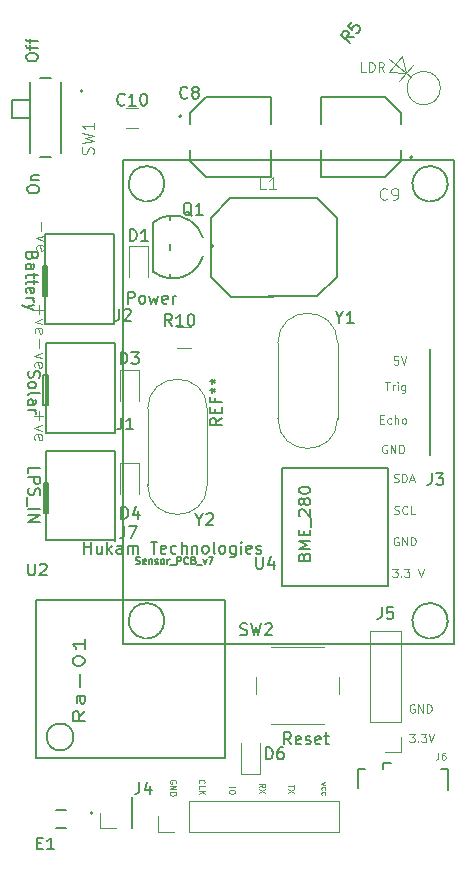
<source format=gto>
G04 #@! TF.GenerationSoftware,KiCad,Pcbnew,5.1.7-a382d34a8~88~ubuntu18.04.1*
G04 #@! TF.CreationDate,2021-09-05T21:22:39+05:30*
G04 #@! TF.ProjectId,Sensor_PCB_v7,53656e73-6f72-45f5-9043-425f76372e6b,rev?*
G04 #@! TF.SameCoordinates,Original*
G04 #@! TF.FileFunction,Legend,Top*
G04 #@! TF.FilePolarity,Positive*
%FSLAX46Y46*%
G04 Gerber Fmt 4.6, Leading zero omitted, Abs format (unit mm)*
G04 Created by KiCad (PCBNEW 5.1.7-a382d34a8~88~ubuntu18.04.1) date 2021-09-05 21:22:39*
%MOMM*%
%LPD*%
G01*
G04 APERTURE LIST*
%ADD10C,0.150000*%
%ADD11C,0.100000*%
%ADD12C,0.080000*%
%ADD13C,0.200000*%
%ADD14C,0.127000*%
%ADD15C,0.120000*%
%ADD16C,0.015000*%
G04 APERTURE END LIST*
D10*
X23530299Y-58726296D02*
X23530299Y-58250105D01*
X24530299Y-58250105D01*
X23530299Y-59059629D02*
X24530299Y-59059629D01*
X24530299Y-59440581D01*
X24482680Y-59535820D01*
X24435060Y-59583439D01*
X24339822Y-59631058D01*
X24196965Y-59631058D01*
X24101727Y-59583439D01*
X24054108Y-59535820D01*
X24006489Y-59440581D01*
X24006489Y-59059629D01*
X23577918Y-60012010D02*
X23530299Y-60154867D01*
X23530299Y-60392962D01*
X23577918Y-60488200D01*
X23625537Y-60535820D01*
X23720775Y-60583439D01*
X23816013Y-60583439D01*
X23911251Y-60535820D01*
X23958870Y-60488200D01*
X24006489Y-60392962D01*
X24054108Y-60202486D01*
X24101727Y-60107248D01*
X24149346Y-60059629D01*
X24244584Y-60012010D01*
X24339822Y-60012010D01*
X24435060Y-60059629D01*
X24482680Y-60107248D01*
X24530299Y-60202486D01*
X24530299Y-60440581D01*
X24482680Y-60583439D01*
X23435060Y-60773915D02*
X23435060Y-61535820D01*
X23530299Y-61773915D02*
X24530299Y-61773915D01*
X23530299Y-62250105D02*
X24530299Y-62250105D01*
X23530299Y-62821534D01*
X24530299Y-62821534D01*
D11*
X54817026Y-48841866D02*
X54483693Y-48841866D01*
X54450360Y-49175200D01*
X54483693Y-49141866D01*
X54550360Y-49108533D01*
X54717026Y-49108533D01*
X54783693Y-49141866D01*
X54817026Y-49175200D01*
X54850360Y-49241866D01*
X54850360Y-49408533D01*
X54817026Y-49475200D01*
X54783693Y-49508533D01*
X54717026Y-49541866D01*
X54550360Y-49541866D01*
X54483693Y-49508533D01*
X54450360Y-49475200D01*
X55050360Y-48841866D02*
X55283693Y-49541866D01*
X55517026Y-48841866D01*
X53717620Y-51011026D02*
X54117620Y-51011026D01*
X53917620Y-51711026D02*
X53917620Y-51011026D01*
X54350953Y-51711026D02*
X54350953Y-51244360D01*
X54350953Y-51377693D02*
X54384286Y-51311026D01*
X54417620Y-51277693D01*
X54484286Y-51244360D01*
X54550953Y-51244360D01*
X54784286Y-51711026D02*
X54784286Y-51244360D01*
X54784286Y-51011026D02*
X54750953Y-51044360D01*
X54784286Y-51077693D01*
X54817620Y-51044360D01*
X54784286Y-51011026D01*
X54784286Y-51077693D01*
X55417620Y-51244360D02*
X55417620Y-51811026D01*
X55384286Y-51877693D01*
X55350953Y-51911026D01*
X55284286Y-51944360D01*
X55184286Y-51944360D01*
X55117620Y-51911026D01*
X55417620Y-51677693D02*
X55350953Y-51711026D01*
X55217620Y-51711026D01*
X55150953Y-51677693D01*
X55117620Y-51644360D01*
X55084286Y-51577693D01*
X55084286Y-51377693D01*
X55117620Y-51311026D01*
X55150953Y-51277693D01*
X55217620Y-51244360D01*
X55350953Y-51244360D01*
X55417620Y-51277693D01*
X53315846Y-54173920D02*
X53549180Y-54173920D01*
X53649180Y-54540586D02*
X53315846Y-54540586D01*
X53315846Y-53840586D01*
X53649180Y-53840586D01*
X54249180Y-54507253D02*
X54182513Y-54540586D01*
X54049180Y-54540586D01*
X53982513Y-54507253D01*
X53949180Y-54473920D01*
X53915846Y-54407253D01*
X53915846Y-54207253D01*
X53949180Y-54140586D01*
X53982513Y-54107253D01*
X54049180Y-54073920D01*
X54182513Y-54073920D01*
X54249180Y-54107253D01*
X54549180Y-54540586D02*
X54549180Y-53840586D01*
X54849180Y-54540586D02*
X54849180Y-54173920D01*
X54815846Y-54107253D01*
X54749180Y-54073920D01*
X54649180Y-54073920D01*
X54582513Y-54107253D01*
X54549180Y-54140586D01*
X55282513Y-54540586D02*
X55215846Y-54507253D01*
X55182513Y-54473920D01*
X55149180Y-54407253D01*
X55149180Y-54207253D01*
X55182513Y-54140586D01*
X55215846Y-54107253D01*
X55282513Y-54073920D01*
X55382513Y-54073920D01*
X55449180Y-54107253D01*
X55482513Y-54140586D01*
X55515846Y-54207253D01*
X55515846Y-54407253D01*
X55482513Y-54473920D01*
X55449180Y-54507253D01*
X55382513Y-54540586D01*
X55282513Y-54540586D01*
X55783926Y-80810306D02*
X56217260Y-80810306D01*
X55983926Y-81076973D01*
X56083926Y-81076973D01*
X56150593Y-81110306D01*
X56183926Y-81143640D01*
X56217260Y-81210306D01*
X56217260Y-81376973D01*
X56183926Y-81443640D01*
X56150593Y-81476973D01*
X56083926Y-81510306D01*
X55883926Y-81510306D01*
X55817260Y-81476973D01*
X55783926Y-81443640D01*
X56517260Y-81443640D02*
X56550593Y-81476973D01*
X56517260Y-81510306D01*
X56483926Y-81476973D01*
X56517260Y-81443640D01*
X56517260Y-81510306D01*
X56783926Y-80810306D02*
X57217260Y-80810306D01*
X56983926Y-81076973D01*
X57083926Y-81076973D01*
X57150593Y-81110306D01*
X57183926Y-81143640D01*
X57217260Y-81210306D01*
X57217260Y-81376973D01*
X57183926Y-81443640D01*
X57150593Y-81476973D01*
X57083926Y-81510306D01*
X56883926Y-81510306D01*
X56817260Y-81476973D01*
X56783926Y-81443640D01*
X57417260Y-80810306D02*
X57650593Y-81510306D01*
X57883926Y-80810306D01*
X56195026Y-78329040D02*
X56128360Y-78295706D01*
X56028360Y-78295706D01*
X55928360Y-78329040D01*
X55861693Y-78395706D01*
X55828360Y-78462373D01*
X55795026Y-78595706D01*
X55795026Y-78695706D01*
X55828360Y-78829040D01*
X55861693Y-78895706D01*
X55928360Y-78962373D01*
X56028360Y-78995706D01*
X56095026Y-78995706D01*
X56195026Y-78962373D01*
X56228360Y-78929040D01*
X56228360Y-78695706D01*
X56095026Y-78695706D01*
X56528360Y-78995706D02*
X56528360Y-78295706D01*
X56928360Y-78995706D01*
X56928360Y-78295706D01*
X57261693Y-78995706D02*
X57261693Y-78295706D01*
X57428360Y-78295706D01*
X57528360Y-78329040D01*
X57595026Y-78395706D01*
X57628360Y-78462373D01*
X57661693Y-78595706D01*
X57661693Y-78695706D01*
X57628360Y-78829040D01*
X57595026Y-78895706D01*
X57528360Y-78962373D01*
X57428360Y-78995706D01*
X57261693Y-78995706D01*
D12*
X43042709Y-85314006D02*
X43280804Y-85147340D01*
X43042709Y-85028292D02*
X43542709Y-85028292D01*
X43542709Y-85218768D01*
X43518900Y-85266387D01*
X43495090Y-85290197D01*
X43447471Y-85314006D01*
X43376042Y-85314006D01*
X43328423Y-85290197D01*
X43304614Y-85266387D01*
X43280804Y-85218768D01*
X43280804Y-85028292D01*
X43542709Y-85480673D02*
X43042709Y-85814006D01*
X43542709Y-85814006D02*
X43042709Y-85480673D01*
X46039529Y-85090047D02*
X46039529Y-85375761D01*
X45539529Y-85232904D02*
X46039529Y-85232904D01*
X46039529Y-85494809D02*
X45539529Y-85828142D01*
X46039529Y-85828142D02*
X45539529Y-85494809D01*
D11*
X52101819Y-24733204D02*
X51720866Y-24733204D01*
X51720866Y-23933204D01*
X52368485Y-24733204D02*
X52368485Y-23933204D01*
X52558961Y-23933204D01*
X52673247Y-23971300D01*
X52749438Y-24047490D01*
X52787533Y-24123680D01*
X52825628Y-24276061D01*
X52825628Y-24390347D01*
X52787533Y-24542728D01*
X52749438Y-24618919D01*
X52673247Y-24695109D01*
X52558961Y-24733204D01*
X52368485Y-24733204D01*
X53625628Y-24733204D02*
X53358961Y-24352252D01*
X53168485Y-24733204D02*
X53168485Y-23933204D01*
X53473247Y-23933204D01*
X53549438Y-23971300D01*
X53587533Y-24009395D01*
X53625628Y-24085585D01*
X53625628Y-24199871D01*
X53587533Y-24276061D01*
X53549438Y-24314157D01*
X53473247Y-24352252D01*
X53168485Y-24352252D01*
X24401471Y-53498263D02*
X24401471Y-54260168D01*
X24020519Y-53879216D02*
X24782423Y-53879216D01*
X24687185Y-54641120D02*
X24020519Y-54879216D01*
X24687185Y-55117311D01*
X24068138Y-55879216D02*
X24020519Y-55783978D01*
X24020519Y-55593501D01*
X24068138Y-55498263D01*
X24163376Y-55450644D01*
X24544328Y-55450644D01*
X24639566Y-55498263D01*
X24687185Y-55593501D01*
X24687185Y-55783978D01*
X24639566Y-55879216D01*
X24544328Y-55926835D01*
X24449090Y-55926835D01*
X24353852Y-55450644D01*
X24401471Y-47384483D02*
X24401471Y-48146388D01*
X24687185Y-48527340D02*
X24020519Y-48765436D01*
X24687185Y-49003531D01*
X24068138Y-49765436D02*
X24020519Y-49670198D01*
X24020519Y-49479721D01*
X24068138Y-49384483D01*
X24163376Y-49336864D01*
X24544328Y-49336864D01*
X24639566Y-49384483D01*
X24687185Y-49479721D01*
X24687185Y-49670198D01*
X24639566Y-49765436D01*
X24544328Y-49813055D01*
X24449090Y-49813055D01*
X24353852Y-49336864D01*
D10*
X23539818Y-50069335D02*
X23492199Y-50212192D01*
X23492199Y-50450287D01*
X23539818Y-50545525D01*
X23587437Y-50593144D01*
X23682675Y-50640763D01*
X23777913Y-50640763D01*
X23873151Y-50593144D01*
X23920770Y-50545525D01*
X23968389Y-50450287D01*
X24016008Y-50259811D01*
X24063627Y-50164573D01*
X24111246Y-50116954D01*
X24206484Y-50069335D01*
X24301722Y-50069335D01*
X24396960Y-50116954D01*
X24444580Y-50164573D01*
X24492199Y-50259811D01*
X24492199Y-50497906D01*
X24444580Y-50640763D01*
X23492199Y-51212192D02*
X23539818Y-51116954D01*
X23587437Y-51069335D01*
X23682675Y-51021716D01*
X23968389Y-51021716D01*
X24063627Y-51069335D01*
X24111246Y-51116954D01*
X24158865Y-51212192D01*
X24158865Y-51355049D01*
X24111246Y-51450287D01*
X24063627Y-51497906D01*
X23968389Y-51545525D01*
X23682675Y-51545525D01*
X23587437Y-51497906D01*
X23539818Y-51450287D01*
X23492199Y-51355049D01*
X23492199Y-51212192D01*
X23492199Y-52116954D02*
X23539818Y-52021716D01*
X23635056Y-51974097D01*
X24492199Y-51974097D01*
X23492199Y-52926478D02*
X24016008Y-52926478D01*
X24111246Y-52878859D01*
X24158865Y-52783620D01*
X24158865Y-52593144D01*
X24111246Y-52497906D01*
X23539818Y-52926478D02*
X23492199Y-52831240D01*
X23492199Y-52593144D01*
X23539818Y-52497906D01*
X23635056Y-52450287D01*
X23730294Y-52450287D01*
X23825532Y-52497906D01*
X23873151Y-52593144D01*
X23873151Y-52831240D01*
X23920770Y-52926478D01*
X23492199Y-53402668D02*
X24158865Y-53402668D01*
X23968389Y-53402668D02*
X24063627Y-53450287D01*
X24111246Y-53497906D01*
X24158865Y-53593144D01*
X24158865Y-53688382D01*
D11*
X24421791Y-44509203D02*
X24421791Y-45271108D01*
X24040839Y-44890156D02*
X24802743Y-44890156D01*
X24707505Y-45652060D02*
X24040839Y-45890156D01*
X24707505Y-46128251D01*
X24088458Y-46890156D02*
X24040839Y-46794918D01*
X24040839Y-46604441D01*
X24088458Y-46509203D01*
X24183696Y-46461584D01*
X24564648Y-46461584D01*
X24659886Y-46509203D01*
X24707505Y-46604441D01*
X24707505Y-46794918D01*
X24659886Y-46890156D01*
X24564648Y-46937775D01*
X24469410Y-46937775D01*
X24374172Y-46461584D01*
D12*
X35982720Y-84980827D02*
X36006529Y-84933208D01*
X36006529Y-84861780D01*
X35982720Y-84790351D01*
X35935100Y-84742732D01*
X35887481Y-84718922D01*
X35792243Y-84695113D01*
X35720815Y-84695113D01*
X35625577Y-84718922D01*
X35577958Y-84742732D01*
X35530339Y-84790351D01*
X35506529Y-84861780D01*
X35506529Y-84909399D01*
X35530339Y-84980827D01*
X35554148Y-85004637D01*
X35720815Y-85004637D01*
X35720815Y-84909399D01*
X35506529Y-85218922D02*
X36006529Y-85218922D01*
X35506529Y-85504637D01*
X36006529Y-85504637D01*
X35506529Y-85742732D02*
X36006529Y-85742732D01*
X36006529Y-85861780D01*
X35982720Y-85933208D01*
X35935100Y-85980827D01*
X35887481Y-86004637D01*
X35792243Y-86028446D01*
X35720815Y-86028446D01*
X35625577Y-86004637D01*
X35577958Y-85980827D01*
X35530339Y-85933208D01*
X35506529Y-85861780D01*
X35506529Y-85742732D01*
X37982388Y-84990500D02*
X37958579Y-84966691D01*
X37934769Y-84895262D01*
X37934769Y-84847643D01*
X37958579Y-84776215D01*
X38006198Y-84728596D01*
X38053817Y-84704786D01*
X38149055Y-84680977D01*
X38220483Y-84680977D01*
X38315721Y-84704786D01*
X38363340Y-84728596D01*
X38410960Y-84776215D01*
X38434769Y-84847643D01*
X38434769Y-84895262D01*
X38410960Y-84966691D01*
X38387150Y-84990500D01*
X37934769Y-85442881D02*
X37934769Y-85204786D01*
X38434769Y-85204786D01*
X37934769Y-85609548D02*
X38434769Y-85609548D01*
X37934769Y-85895262D02*
X38220483Y-85680977D01*
X38434769Y-85895262D02*
X38149055Y-85609548D01*
X40505249Y-85320855D02*
X41005249Y-85320855D01*
X41005249Y-85654188D02*
X41005249Y-85749426D01*
X40981440Y-85797045D01*
X40933820Y-85844664D01*
X40838582Y-85868474D01*
X40671916Y-85868474D01*
X40576678Y-85844664D01*
X40529059Y-85797045D01*
X40505249Y-85749426D01*
X40505249Y-85654188D01*
X40529059Y-85606569D01*
X40576678Y-85558950D01*
X40671916Y-85535140D01*
X40838582Y-85535140D01*
X40933820Y-85558950D01*
X40981440Y-85606569D01*
X41005249Y-85654188D01*
X48666862Y-84887820D02*
X48333529Y-85006868D01*
X48666862Y-85125916D01*
X48357339Y-85530678D02*
X48333529Y-85483059D01*
X48333529Y-85387820D01*
X48357339Y-85340201D01*
X48381148Y-85316392D01*
X48428767Y-85292582D01*
X48571624Y-85292582D01*
X48619243Y-85316392D01*
X48643053Y-85340201D01*
X48666862Y-85387820D01*
X48666862Y-85483059D01*
X48643053Y-85530678D01*
X48357339Y-85959249D02*
X48333529Y-85911630D01*
X48333529Y-85816392D01*
X48357339Y-85768773D01*
X48381148Y-85744963D01*
X48428767Y-85721154D01*
X48571624Y-85721154D01*
X48619243Y-85744963D01*
X48643053Y-85768773D01*
X48666862Y-85816392D01*
X48666862Y-85911630D01*
X48643053Y-85959249D01*
D13*
X23435060Y-34779199D02*
X23435060Y-34588722D01*
X23482680Y-34493484D01*
X23577918Y-34398246D01*
X23768394Y-34350627D01*
X24101727Y-34350627D01*
X24292203Y-34398246D01*
X24387441Y-34493484D01*
X24435060Y-34588722D01*
X24435060Y-34779199D01*
X24387441Y-34874437D01*
X24292203Y-34969675D01*
X24101727Y-35017294D01*
X23768394Y-35017294D01*
X23577918Y-34969675D01*
X23482680Y-34874437D01*
X23435060Y-34779199D01*
X23768394Y-33922056D02*
X24435060Y-33922056D01*
X23863632Y-33922056D02*
X23816013Y-33874437D01*
X23768394Y-33779199D01*
X23768394Y-33636341D01*
X23816013Y-33541103D01*
X23911251Y-33493484D01*
X24435060Y-33493484D01*
X23325840Y-23597786D02*
X23325840Y-23407310D01*
X23373460Y-23312072D01*
X23468698Y-23216834D01*
X23659174Y-23169215D01*
X23992507Y-23169215D01*
X24182983Y-23216834D01*
X24278221Y-23312072D01*
X24325840Y-23407310D01*
X24325840Y-23597786D01*
X24278221Y-23693024D01*
X24182983Y-23788262D01*
X23992507Y-23835881D01*
X23659174Y-23835881D01*
X23468698Y-23788262D01*
X23373460Y-23693024D01*
X23325840Y-23597786D01*
X23659174Y-22883500D02*
X23659174Y-22502548D01*
X24325840Y-22740643D02*
X23468698Y-22740643D01*
X23373460Y-22693024D01*
X23325840Y-22597786D01*
X23325840Y-22502548D01*
X23659174Y-22312072D02*
X23659174Y-21931120D01*
X24325840Y-22169215D02*
X23468698Y-22169215D01*
X23373460Y-22121596D01*
X23325840Y-22026358D01*
X23325840Y-21931120D01*
D11*
X24548791Y-37463243D02*
X24548791Y-38225148D01*
X24834505Y-38606100D02*
X24167839Y-38844196D01*
X24834505Y-39082291D01*
X24215458Y-39844196D02*
X24167839Y-39748958D01*
X24167839Y-39558481D01*
X24215458Y-39463243D01*
X24310696Y-39415624D01*
X24691648Y-39415624D01*
X24786886Y-39463243D01*
X24834505Y-39558481D01*
X24834505Y-39748958D01*
X24786886Y-39844196D01*
X24691648Y-39891815D01*
X24596410Y-39891815D01*
X24501172Y-39415624D01*
X54341240Y-66814906D02*
X54774573Y-66814906D01*
X54541240Y-67081573D01*
X54641240Y-67081573D01*
X54707906Y-67114906D01*
X54741240Y-67148240D01*
X54774573Y-67214906D01*
X54774573Y-67381573D01*
X54741240Y-67448240D01*
X54707906Y-67481573D01*
X54641240Y-67514906D01*
X54441240Y-67514906D01*
X54374573Y-67481573D01*
X54341240Y-67448240D01*
X55074573Y-67448240D02*
X55107906Y-67481573D01*
X55074573Y-67514906D01*
X55041240Y-67481573D01*
X55074573Y-67448240D01*
X55074573Y-67514906D01*
X55341240Y-66814906D02*
X55774573Y-66814906D01*
X55541240Y-67081573D01*
X55641240Y-67081573D01*
X55707906Y-67114906D01*
X55741240Y-67148240D01*
X55774573Y-67214906D01*
X55774573Y-67381573D01*
X55741240Y-67448240D01*
X55707906Y-67481573D01*
X55641240Y-67514906D01*
X55441240Y-67514906D01*
X55374573Y-67481573D01*
X55341240Y-67448240D01*
X56507906Y-66814906D02*
X56741240Y-67514906D01*
X56974573Y-66814906D01*
X54851366Y-64173620D02*
X54784700Y-64140286D01*
X54684700Y-64140286D01*
X54584700Y-64173620D01*
X54518033Y-64240286D01*
X54484700Y-64306953D01*
X54451366Y-64440286D01*
X54451366Y-64540286D01*
X54484700Y-64673620D01*
X54518033Y-64740286D01*
X54584700Y-64806953D01*
X54684700Y-64840286D01*
X54751366Y-64840286D01*
X54851366Y-64806953D01*
X54884700Y-64773620D01*
X54884700Y-64540286D01*
X54751366Y-64540286D01*
X55184700Y-64840286D02*
X55184700Y-64140286D01*
X55584700Y-64840286D01*
X55584700Y-64140286D01*
X55918033Y-64840286D02*
X55918033Y-64140286D01*
X56084700Y-64140286D01*
X56184700Y-64173620D01*
X56251366Y-64240286D01*
X56284700Y-64306953D01*
X56318033Y-64440286D01*
X56318033Y-64540286D01*
X56284700Y-64673620D01*
X56251366Y-64740286D01*
X56184700Y-64806953D01*
X56084700Y-64840286D01*
X55918033Y-64840286D01*
X54513266Y-62165353D02*
X54613266Y-62198686D01*
X54779933Y-62198686D01*
X54846600Y-62165353D01*
X54879933Y-62132020D01*
X54913266Y-62065353D01*
X54913266Y-61998686D01*
X54879933Y-61932020D01*
X54846600Y-61898686D01*
X54779933Y-61865353D01*
X54646600Y-61832020D01*
X54579933Y-61798686D01*
X54546600Y-61765353D01*
X54513266Y-61698686D01*
X54513266Y-61632020D01*
X54546600Y-61565353D01*
X54579933Y-61532020D01*
X54646600Y-61498686D01*
X54813266Y-61498686D01*
X54913266Y-61532020D01*
X55613266Y-62132020D02*
X55579933Y-62165353D01*
X55479933Y-62198686D01*
X55413266Y-62198686D01*
X55313266Y-62165353D01*
X55246600Y-62098686D01*
X55213266Y-62032020D01*
X55179933Y-61898686D01*
X55179933Y-61798686D01*
X55213266Y-61665353D01*
X55246600Y-61598686D01*
X55313266Y-61532020D01*
X55413266Y-61498686D01*
X55479933Y-61498686D01*
X55579933Y-61532020D01*
X55613266Y-61565353D01*
X56246600Y-62198686D02*
X55913266Y-62198686D01*
X55913266Y-61498686D01*
X54461040Y-59452633D02*
X54561040Y-59485966D01*
X54727706Y-59485966D01*
X54794373Y-59452633D01*
X54827706Y-59419300D01*
X54861040Y-59352633D01*
X54861040Y-59285966D01*
X54827706Y-59219300D01*
X54794373Y-59185966D01*
X54727706Y-59152633D01*
X54594373Y-59119300D01*
X54527706Y-59085966D01*
X54494373Y-59052633D01*
X54461040Y-58985966D01*
X54461040Y-58919300D01*
X54494373Y-58852633D01*
X54527706Y-58819300D01*
X54594373Y-58785966D01*
X54761040Y-58785966D01*
X54861040Y-58819300D01*
X55161040Y-59485966D02*
X55161040Y-58785966D01*
X55327706Y-58785966D01*
X55427706Y-58819300D01*
X55494373Y-58885966D01*
X55527706Y-58952633D01*
X55561040Y-59085966D01*
X55561040Y-59185966D01*
X55527706Y-59319300D01*
X55494373Y-59385966D01*
X55427706Y-59452633D01*
X55327706Y-59485966D01*
X55161040Y-59485966D01*
X55827706Y-59285966D02*
X56161040Y-59285966D01*
X55761040Y-59485966D02*
X55994373Y-58785966D01*
X56227706Y-59485966D01*
X53865846Y-56373280D02*
X53799180Y-56339946D01*
X53699180Y-56339946D01*
X53599180Y-56373280D01*
X53532513Y-56439946D01*
X53499180Y-56506613D01*
X53465846Y-56639946D01*
X53465846Y-56739946D01*
X53499180Y-56873280D01*
X53532513Y-56939946D01*
X53599180Y-57006613D01*
X53699180Y-57039946D01*
X53765846Y-57039946D01*
X53865846Y-57006613D01*
X53899180Y-56973280D01*
X53899180Y-56739946D01*
X53765846Y-56739946D01*
X54199180Y-57039946D02*
X54199180Y-56339946D01*
X54599180Y-57039946D01*
X54599180Y-56339946D01*
X54932513Y-57039946D02*
X54932513Y-56339946D01*
X55099180Y-56339946D01*
X55199180Y-56373280D01*
X55265846Y-56439946D01*
X55299180Y-56506613D01*
X55332513Y-56639946D01*
X55332513Y-56739946D01*
X55299180Y-56873280D01*
X55265846Y-56939946D01*
X55199180Y-57006613D01*
X55099180Y-57039946D01*
X54932513Y-57039946D01*
D10*
X23848368Y-40356731D02*
X23800749Y-40499588D01*
X23753130Y-40547207D01*
X23657892Y-40594826D01*
X23515035Y-40594826D01*
X23419797Y-40547207D01*
X23372178Y-40499588D01*
X23324559Y-40404350D01*
X23324559Y-40023398D01*
X24324559Y-40023398D01*
X24324559Y-40356731D01*
X24276940Y-40451969D01*
X24229320Y-40499588D01*
X24134082Y-40547207D01*
X24038844Y-40547207D01*
X23943606Y-40499588D01*
X23895987Y-40451969D01*
X23848368Y-40356731D01*
X23848368Y-40023398D01*
X23324559Y-41451969D02*
X23848368Y-41451969D01*
X23943606Y-41404350D01*
X23991225Y-41309112D01*
X23991225Y-41118636D01*
X23943606Y-41023398D01*
X23372178Y-41451969D02*
X23324559Y-41356731D01*
X23324559Y-41118636D01*
X23372178Y-41023398D01*
X23467416Y-40975779D01*
X23562654Y-40975779D01*
X23657892Y-41023398D01*
X23705511Y-41118636D01*
X23705511Y-41356731D01*
X23753130Y-41451969D01*
X23991225Y-41785302D02*
X23991225Y-42166255D01*
X24324559Y-41928160D02*
X23467416Y-41928160D01*
X23372178Y-41975779D01*
X23324559Y-42071017D01*
X23324559Y-42166255D01*
X23991225Y-42356731D02*
X23991225Y-42737683D01*
X24324559Y-42499588D02*
X23467416Y-42499588D01*
X23372178Y-42547207D01*
X23324559Y-42642445D01*
X23324559Y-42737683D01*
X23372178Y-43451969D02*
X23324559Y-43356731D01*
X23324559Y-43166255D01*
X23372178Y-43071017D01*
X23467416Y-43023398D01*
X23848368Y-43023398D01*
X23943606Y-43071017D01*
X23991225Y-43166255D01*
X23991225Y-43356731D01*
X23943606Y-43451969D01*
X23848368Y-43499588D01*
X23753130Y-43499588D01*
X23657892Y-43023398D01*
X23324559Y-43928160D02*
X23991225Y-43928160D01*
X23800749Y-43928160D02*
X23895987Y-43975779D01*
X23943606Y-44023398D01*
X23991225Y-44118636D01*
X23991225Y-44213874D01*
X23991225Y-44451969D02*
X23324559Y-44690064D01*
X23991225Y-44928160D02*
X23324559Y-44690064D01*
X23086463Y-44594826D01*
X23038844Y-44547207D01*
X22991225Y-44451969D01*
X45759524Y-81668880D02*
X45426191Y-81192690D01*
X45188096Y-81668880D02*
X45188096Y-80668880D01*
X45569048Y-80668880D01*
X45664286Y-80716500D01*
X45711905Y-80764119D01*
X45759524Y-80859357D01*
X45759524Y-81002214D01*
X45711905Y-81097452D01*
X45664286Y-81145071D01*
X45569048Y-81192690D01*
X45188096Y-81192690D01*
X46569048Y-81621261D02*
X46473810Y-81668880D01*
X46283334Y-81668880D01*
X46188096Y-81621261D01*
X46140477Y-81526023D01*
X46140477Y-81145071D01*
X46188096Y-81049833D01*
X46283334Y-81002214D01*
X46473810Y-81002214D01*
X46569048Y-81049833D01*
X46616667Y-81145071D01*
X46616667Y-81240309D01*
X46140477Y-81335547D01*
X46997620Y-81621261D02*
X47092858Y-81668880D01*
X47283334Y-81668880D01*
X47378572Y-81621261D01*
X47426191Y-81526023D01*
X47426191Y-81478404D01*
X47378572Y-81383166D01*
X47283334Y-81335547D01*
X47140477Y-81335547D01*
X47045239Y-81287928D01*
X46997620Y-81192690D01*
X46997620Y-81145071D01*
X47045239Y-81049833D01*
X47140477Y-81002214D01*
X47283334Y-81002214D01*
X47378572Y-81049833D01*
X48235715Y-81621261D02*
X48140477Y-81668880D01*
X47950000Y-81668880D01*
X47854762Y-81621261D01*
X47807143Y-81526023D01*
X47807143Y-81145071D01*
X47854762Y-81049833D01*
X47950000Y-81002214D01*
X48140477Y-81002214D01*
X48235715Y-81049833D01*
X48283334Y-81145071D01*
X48283334Y-81240309D01*
X47807143Y-81335547D01*
X48569048Y-81002214D02*
X48950000Y-81002214D01*
X48711905Y-80668880D02*
X48711905Y-81526023D01*
X48759524Y-81621261D01*
X48854762Y-81668880D01*
X48950000Y-81668880D01*
X31935349Y-44368980D02*
X31935349Y-43368980D01*
X32316301Y-43368980D01*
X32411539Y-43416600D01*
X32459159Y-43464219D01*
X32506778Y-43559457D01*
X32506778Y-43702314D01*
X32459159Y-43797552D01*
X32411539Y-43845171D01*
X32316301Y-43892790D01*
X31935349Y-43892790D01*
X33078206Y-44368980D02*
X32982968Y-44321361D01*
X32935349Y-44273742D01*
X32887730Y-44178504D01*
X32887730Y-43892790D01*
X32935349Y-43797552D01*
X32982968Y-43749933D01*
X33078206Y-43702314D01*
X33221063Y-43702314D01*
X33316301Y-43749933D01*
X33363920Y-43797552D01*
X33411539Y-43892790D01*
X33411539Y-44178504D01*
X33363920Y-44273742D01*
X33316301Y-44321361D01*
X33221063Y-44368980D01*
X33078206Y-44368980D01*
X33744873Y-43702314D02*
X33935349Y-44368980D01*
X34125825Y-43892790D01*
X34316301Y-44368980D01*
X34506778Y-43702314D01*
X35268682Y-44321361D02*
X35173444Y-44368980D01*
X34982968Y-44368980D01*
X34887730Y-44321361D01*
X34840111Y-44226123D01*
X34840111Y-43845171D01*
X34887730Y-43749933D01*
X34982968Y-43702314D01*
X35173444Y-43702314D01*
X35268682Y-43749933D01*
X35316301Y-43845171D01*
X35316301Y-43940409D01*
X34840111Y-44035647D01*
X35744873Y-44368980D02*
X35744873Y-43702314D01*
X35744873Y-43892790D02*
X35792492Y-43797552D01*
X35840111Y-43749933D01*
X35935349Y-43702314D01*
X36030587Y-43702314D01*
X32613691Y-66389537D02*
X32699405Y-66418108D01*
X32842262Y-66418108D01*
X32899405Y-66389537D01*
X32927977Y-66360965D01*
X32956548Y-66303822D01*
X32956548Y-66246680D01*
X32927977Y-66189537D01*
X32899405Y-66160965D01*
X32842262Y-66132394D01*
X32727977Y-66103822D01*
X32670834Y-66075251D01*
X32642262Y-66046680D01*
X32613691Y-65989537D01*
X32613691Y-65932394D01*
X32642262Y-65875251D01*
X32670834Y-65846680D01*
X32727977Y-65818108D01*
X32870834Y-65818108D01*
X32956548Y-65846680D01*
X33442262Y-66389537D02*
X33385120Y-66418108D01*
X33270834Y-66418108D01*
X33213691Y-66389537D01*
X33185120Y-66332394D01*
X33185120Y-66103822D01*
X33213691Y-66046680D01*
X33270834Y-66018108D01*
X33385120Y-66018108D01*
X33442262Y-66046680D01*
X33470834Y-66103822D01*
X33470834Y-66160965D01*
X33185120Y-66218108D01*
X33727977Y-66018108D02*
X33727977Y-66418108D01*
X33727977Y-66075251D02*
X33756548Y-66046680D01*
X33813691Y-66018108D01*
X33899405Y-66018108D01*
X33956548Y-66046680D01*
X33985120Y-66103822D01*
X33985120Y-66418108D01*
X34242262Y-66389537D02*
X34299405Y-66418108D01*
X34413691Y-66418108D01*
X34470834Y-66389537D01*
X34499405Y-66332394D01*
X34499405Y-66303822D01*
X34470834Y-66246680D01*
X34413691Y-66218108D01*
X34327977Y-66218108D01*
X34270834Y-66189537D01*
X34242262Y-66132394D01*
X34242262Y-66103822D01*
X34270834Y-66046680D01*
X34327977Y-66018108D01*
X34413691Y-66018108D01*
X34470834Y-66046680D01*
X34842262Y-66418108D02*
X34785120Y-66389537D01*
X34756548Y-66360965D01*
X34727977Y-66303822D01*
X34727977Y-66132394D01*
X34756548Y-66075251D01*
X34785120Y-66046680D01*
X34842262Y-66018108D01*
X34927977Y-66018108D01*
X34985120Y-66046680D01*
X35013691Y-66075251D01*
X35042262Y-66132394D01*
X35042262Y-66303822D01*
X35013691Y-66360965D01*
X34985120Y-66389537D01*
X34927977Y-66418108D01*
X34842262Y-66418108D01*
X35299405Y-66418108D02*
X35299405Y-66018108D01*
X35299405Y-66132394D02*
X35327977Y-66075251D01*
X35356548Y-66046680D01*
X35413691Y-66018108D01*
X35470834Y-66018108D01*
X35527977Y-66475251D02*
X35985120Y-66475251D01*
X36127977Y-66418108D02*
X36127977Y-65818108D01*
X36356548Y-65818108D01*
X36413691Y-65846680D01*
X36442262Y-65875251D01*
X36470834Y-65932394D01*
X36470834Y-66018108D01*
X36442262Y-66075251D01*
X36413691Y-66103822D01*
X36356548Y-66132394D01*
X36127977Y-66132394D01*
X37070834Y-66360965D02*
X37042262Y-66389537D01*
X36956548Y-66418108D01*
X36899405Y-66418108D01*
X36813691Y-66389537D01*
X36756548Y-66332394D01*
X36727977Y-66275251D01*
X36699405Y-66160965D01*
X36699405Y-66075251D01*
X36727977Y-65960965D01*
X36756548Y-65903822D01*
X36813691Y-65846680D01*
X36899405Y-65818108D01*
X36956548Y-65818108D01*
X37042262Y-65846680D01*
X37070834Y-65875251D01*
X37527977Y-66103822D02*
X37613691Y-66132394D01*
X37642262Y-66160965D01*
X37670834Y-66218108D01*
X37670834Y-66303822D01*
X37642262Y-66360965D01*
X37613691Y-66389537D01*
X37556548Y-66418108D01*
X37327977Y-66418108D01*
X37327977Y-65818108D01*
X37527977Y-65818108D01*
X37585120Y-65846680D01*
X37613691Y-65875251D01*
X37642262Y-65932394D01*
X37642262Y-65989537D01*
X37613691Y-66046680D01*
X37585120Y-66075251D01*
X37527977Y-66103822D01*
X37327977Y-66103822D01*
X37785120Y-66475251D02*
X38242262Y-66475251D01*
X38327977Y-66018108D02*
X38470834Y-66418108D01*
X38613691Y-66018108D01*
X38785120Y-65818108D02*
X39185120Y-65818108D01*
X38927977Y-66418108D01*
D13*
X28248909Y-65527180D02*
X28248909Y-64527180D01*
X28248909Y-65003371D02*
X28820338Y-65003371D01*
X28820338Y-65527180D02*
X28820338Y-64527180D01*
X29725099Y-64860514D02*
X29725099Y-65527180D01*
X29296528Y-64860514D02*
X29296528Y-65384323D01*
X29344147Y-65479561D01*
X29439385Y-65527180D01*
X29582242Y-65527180D01*
X29677480Y-65479561D01*
X29725099Y-65431942D01*
X30201290Y-65527180D02*
X30201290Y-64527180D01*
X30296528Y-65146228D02*
X30582242Y-65527180D01*
X30582242Y-64860514D02*
X30201290Y-65241466D01*
X31439385Y-65527180D02*
X31439385Y-65003371D01*
X31391766Y-64908133D01*
X31296528Y-64860514D01*
X31106052Y-64860514D01*
X31010814Y-64908133D01*
X31439385Y-65479561D02*
X31344147Y-65527180D01*
X31106052Y-65527180D01*
X31010814Y-65479561D01*
X30963195Y-65384323D01*
X30963195Y-65289085D01*
X31010814Y-65193847D01*
X31106052Y-65146228D01*
X31344147Y-65146228D01*
X31439385Y-65098609D01*
X31915576Y-65527180D02*
X31915576Y-64860514D01*
X31915576Y-64955752D02*
X31963195Y-64908133D01*
X32058433Y-64860514D01*
X32201290Y-64860514D01*
X32296528Y-64908133D01*
X32344147Y-65003371D01*
X32344147Y-65527180D01*
X32344147Y-65003371D02*
X32391766Y-64908133D01*
X32487004Y-64860514D01*
X32629861Y-64860514D01*
X32725099Y-64908133D01*
X32772719Y-65003371D01*
X32772719Y-65527180D01*
X33867957Y-64527180D02*
X34439385Y-64527180D01*
X34153671Y-65527180D02*
X34153671Y-64527180D01*
X35153671Y-65479561D02*
X35058433Y-65527180D01*
X34867957Y-65527180D01*
X34772719Y-65479561D01*
X34725100Y-65384323D01*
X34725100Y-65003371D01*
X34772719Y-64908133D01*
X34867957Y-64860514D01*
X35058433Y-64860514D01*
X35153671Y-64908133D01*
X35201290Y-65003371D01*
X35201290Y-65098609D01*
X34725100Y-65193847D01*
X36058433Y-65479561D02*
X35963195Y-65527180D01*
X35772719Y-65527180D01*
X35677480Y-65479561D01*
X35629861Y-65431942D01*
X35582242Y-65336704D01*
X35582242Y-65050990D01*
X35629861Y-64955752D01*
X35677480Y-64908133D01*
X35772719Y-64860514D01*
X35963195Y-64860514D01*
X36058433Y-64908133D01*
X36487004Y-65527180D02*
X36487004Y-64527180D01*
X36915576Y-65527180D02*
X36915576Y-65003371D01*
X36867957Y-64908133D01*
X36772719Y-64860514D01*
X36629861Y-64860514D01*
X36534623Y-64908133D01*
X36487004Y-64955752D01*
X37391766Y-64860514D02*
X37391766Y-65527180D01*
X37391766Y-64955752D02*
X37439385Y-64908133D01*
X37534623Y-64860514D01*
X37677480Y-64860514D01*
X37772719Y-64908133D01*
X37820338Y-65003371D01*
X37820338Y-65527180D01*
X38439385Y-65527180D02*
X38344147Y-65479561D01*
X38296528Y-65431942D01*
X38248909Y-65336704D01*
X38248909Y-65050990D01*
X38296528Y-64955752D01*
X38344147Y-64908133D01*
X38439385Y-64860514D01*
X38582242Y-64860514D01*
X38677480Y-64908133D01*
X38725100Y-64955752D01*
X38772719Y-65050990D01*
X38772719Y-65336704D01*
X38725100Y-65431942D01*
X38677480Y-65479561D01*
X38582242Y-65527180D01*
X38439385Y-65527180D01*
X39344147Y-65527180D02*
X39248909Y-65479561D01*
X39201290Y-65384323D01*
X39201290Y-64527180D01*
X39867957Y-65527180D02*
X39772719Y-65479561D01*
X39725100Y-65431942D01*
X39677480Y-65336704D01*
X39677480Y-65050990D01*
X39725100Y-64955752D01*
X39772719Y-64908133D01*
X39867957Y-64860514D01*
X40010814Y-64860514D01*
X40106052Y-64908133D01*
X40153671Y-64955752D01*
X40201290Y-65050990D01*
X40201290Y-65336704D01*
X40153671Y-65431942D01*
X40106052Y-65479561D01*
X40010814Y-65527180D01*
X39867957Y-65527180D01*
X41058433Y-64860514D02*
X41058433Y-65670038D01*
X41010814Y-65765276D01*
X40963195Y-65812895D01*
X40867957Y-65860514D01*
X40725100Y-65860514D01*
X40629861Y-65812895D01*
X41058433Y-65479561D02*
X40963195Y-65527180D01*
X40772719Y-65527180D01*
X40677480Y-65479561D01*
X40629861Y-65431942D01*
X40582242Y-65336704D01*
X40582242Y-65050990D01*
X40629861Y-64955752D01*
X40677480Y-64908133D01*
X40772719Y-64860514D01*
X40963195Y-64860514D01*
X41058433Y-64908133D01*
X41534623Y-65527180D02*
X41534623Y-64860514D01*
X41534623Y-64527180D02*
X41487004Y-64574800D01*
X41534623Y-64622419D01*
X41582242Y-64574800D01*
X41534623Y-64527180D01*
X41534623Y-64622419D01*
X42391766Y-65479561D02*
X42296528Y-65527180D01*
X42106052Y-65527180D01*
X42010814Y-65479561D01*
X41963195Y-65384323D01*
X41963195Y-65003371D01*
X42010814Y-64908133D01*
X42106052Y-64860514D01*
X42296528Y-64860514D01*
X42391766Y-64908133D01*
X42439385Y-65003371D01*
X42439385Y-65098609D01*
X41963195Y-65193847D01*
X42820338Y-65479561D02*
X42915576Y-65527180D01*
X43106052Y-65527180D01*
X43201290Y-65479561D01*
X43248909Y-65384323D01*
X43248909Y-65336704D01*
X43201290Y-65241466D01*
X43106052Y-65193847D01*
X42963195Y-65193847D01*
X42867957Y-65146228D01*
X42820338Y-65050990D01*
X42820338Y-65003371D01*
X42867957Y-64908133D01*
X42963195Y-64860514D01*
X43106052Y-64860514D01*
X43201290Y-64908133D01*
D10*
X57328714Y-35712162D02*
G75*
G02*
X57526960Y-35725320I198246J1486842D01*
G01*
X33328714Y-35712162D02*
G75*
G02*
X33526960Y-35725320I198246J1486842D01*
G01*
X33328714Y-72712162D02*
G75*
G02*
X33526960Y-72725320I198246J1486842D01*
G01*
X57328714Y-72712162D02*
G75*
G02*
X57526960Y-72725320I198246J1486842D01*
G01*
X57526960Y-48225320D02*
X57526960Y-57225320D01*
X59526960Y-32225320D02*
X31526960Y-32225320D01*
X31526960Y-32225320D02*
X31526960Y-73225320D01*
X59526960Y-73225320D02*
X31526960Y-73225320D01*
X59526960Y-32225320D02*
X59526960Y-73225320D01*
D14*
X26721540Y-88805920D02*
X25861540Y-88805920D01*
X26721540Y-87205920D02*
X25861540Y-87205920D01*
D13*
X28967540Y-87500320D02*
G75*
G03*
X28967540Y-87500320I-100000J0D01*
G01*
D14*
X34099500Y-37476200D02*
X34099500Y-41665200D01*
X35496500Y-36915800D02*
X35496500Y-37317000D01*
X35496500Y-39284400D02*
X35496500Y-39857000D01*
X35496500Y-41824400D02*
X35496500Y-42225600D01*
X34099500Y-37476100D02*
G75*
G02*
X35496500Y-36915800I1650951J-2094603D01*
G01*
X35496500Y-36915800D02*
G75*
G02*
X38299000Y-38784400I254020J-2654899D01*
G01*
X38298900Y-40356999D02*
G75*
G02*
X34099500Y-41665200I-2548411J786287D01*
G01*
D10*
X25200200Y-59530600D02*
X25200200Y-59520600D01*
X24820200Y-59530600D02*
X25200200Y-59530600D01*
X24820200Y-62080600D02*
X24820200Y-59530600D01*
X25220200Y-62080600D02*
X24820200Y-62080600D01*
X25220200Y-59550600D02*
X25220200Y-62080600D01*
X25000200Y-57420600D02*
X25000200Y-56920600D01*
X25000200Y-64420600D02*
X25000200Y-57420600D01*
X25000200Y-56920600D02*
X25000200Y-56830600D01*
X25000200Y-64420600D02*
X30000200Y-64420600D01*
X30000200Y-64420600D02*
X30800200Y-64420600D01*
X30800200Y-64420600D02*
X30810200Y-64420600D01*
X25040200Y-56840600D02*
X25030200Y-56840600D01*
X25840200Y-56840600D02*
X25040200Y-56840600D01*
X30840200Y-56840600D02*
X25840200Y-56840600D01*
X30840200Y-64340600D02*
X30840200Y-64430600D01*
X30840200Y-63840600D02*
X30840200Y-64340600D01*
X30840200Y-56840600D02*
X30840200Y-63840600D01*
D14*
X38985400Y-42143700D02*
X38981400Y-37103700D01*
X40635400Y-43793700D02*
X38985400Y-42143700D01*
X47999400Y-43753700D02*
X40635400Y-43793700D01*
X49649400Y-42103700D02*
X47999400Y-43753700D01*
X49649400Y-37103700D02*
X49649400Y-42103700D01*
X44815400Y-43753700D02*
X43815400Y-43753700D01*
X47999400Y-35453700D02*
X49649400Y-37103700D01*
X40631400Y-35453700D02*
X47999400Y-35453700D01*
X38981400Y-37103700D02*
X40631400Y-35453700D01*
D13*
X39215400Y-39503700D02*
G75*
G03*
X39215400Y-39503700I-100000J0D01*
G01*
D14*
X43815400Y-35453700D02*
X44815400Y-35453700D01*
X44815400Y-43753700D02*
X43815400Y-43753700D01*
X44024800Y-31348700D02*
X44024800Y-33638700D01*
X44024800Y-26838700D02*
X44024800Y-29128700D01*
D13*
X36474800Y-28488700D02*
G75*
G03*
X36474800Y-28488700I-100000J0D01*
G01*
D14*
X37224800Y-32278700D02*
X37224800Y-31348700D01*
X37224800Y-28198700D02*
X37224800Y-29128700D01*
X38584800Y-26838700D02*
X44024800Y-26838700D01*
X37224800Y-28198700D02*
X38584800Y-26838700D01*
X38584800Y-33638700D02*
X37224800Y-32278700D01*
X44024800Y-33638700D02*
X38584800Y-33638700D01*
D10*
X51452600Y-83741000D02*
X52052600Y-83741000D01*
X51452600Y-85341000D02*
X51452600Y-83741000D01*
X59052600Y-83741000D02*
X58452600Y-83741000D01*
X59052600Y-85541000D02*
X59052600Y-83741000D01*
X53552600Y-83241000D02*
X53552600Y-83741000D01*
X54252600Y-83241000D02*
X53552600Y-83241000D01*
X25101100Y-41199400D02*
X25101100Y-41189400D01*
X24721100Y-41199400D02*
X25101100Y-41199400D01*
X24721100Y-43749400D02*
X24721100Y-41199400D01*
X25121100Y-43749400D02*
X24721100Y-43749400D01*
X25121100Y-41219400D02*
X25121100Y-43749400D01*
X24901100Y-39089400D02*
X24901100Y-38589400D01*
X24901100Y-46089400D02*
X24901100Y-39089400D01*
X24901100Y-38589400D02*
X24901100Y-38499400D01*
X24901100Y-46089400D02*
X29901100Y-46089400D01*
X29901100Y-46089400D02*
X30701100Y-46089400D01*
X30701100Y-46089400D02*
X30711100Y-46089400D01*
X24941100Y-38509400D02*
X24931100Y-38509400D01*
X25741100Y-38509400D02*
X24941100Y-38509400D01*
X30741100Y-38509400D02*
X25741100Y-38509400D01*
X30741100Y-46009400D02*
X30741100Y-46099400D01*
X30741100Y-45509400D02*
X30741100Y-46009400D01*
X30741100Y-38509400D02*
X30741100Y-45509400D01*
X25174800Y-50432300D02*
X25174800Y-50422300D01*
X24794800Y-50432300D02*
X25174800Y-50432300D01*
X24794800Y-52982300D02*
X24794800Y-50432300D01*
X25194800Y-52982300D02*
X24794800Y-52982300D01*
X25194800Y-50452300D02*
X25194800Y-52982300D01*
X24974800Y-48322300D02*
X24974800Y-47822300D01*
X24974800Y-55322300D02*
X24974800Y-48322300D01*
X24974800Y-47822300D02*
X24974800Y-47732300D01*
X24974800Y-55322300D02*
X29974800Y-55322300D01*
X29974800Y-55322300D02*
X30774800Y-55322300D01*
X30774800Y-55322300D02*
X30784800Y-55322300D01*
X25014800Y-47742300D02*
X25004800Y-47742300D01*
X25814800Y-47742300D02*
X25014800Y-47742300D01*
X30814800Y-47742300D02*
X25814800Y-47742300D01*
X30814800Y-55242300D02*
X30814800Y-55332300D01*
X30814800Y-54742300D02*
X30814800Y-55242300D01*
X30814800Y-47742300D02*
X30814800Y-54742300D01*
X45003100Y-68317900D02*
X46003100Y-68317900D01*
X45003100Y-58317900D02*
X45003100Y-68317900D01*
X46003100Y-58317900D02*
X45003100Y-58317900D01*
X54003100Y-58317900D02*
X46003100Y-58317900D01*
X54003100Y-68317900D02*
X54003100Y-58317900D01*
X46003100Y-68317900D02*
X54003100Y-68317900D01*
D15*
X34496700Y-89099700D02*
X34496700Y-87769700D01*
X35826700Y-89099700D02*
X34496700Y-89099700D01*
X37096700Y-89099700D02*
X37096700Y-86439700D01*
X37096700Y-86439700D02*
X49856700Y-86439700D01*
X37096700Y-89099700D02*
X49856700Y-89099700D01*
X49856700Y-89099700D02*
X49856700Y-86439700D01*
D14*
X25470700Y-31986000D02*
X24470700Y-31986000D01*
X23620700Y-25636000D02*
X23620700Y-31636000D01*
X26320700Y-25636000D02*
X26320700Y-31636000D01*
X25470700Y-25286000D02*
X24470700Y-25286000D01*
X22120700Y-28636000D02*
X23620700Y-28636000D01*
X22120700Y-27136000D02*
X22120700Y-28636000D01*
X23620700Y-27136000D02*
X22120700Y-27136000D01*
D13*
X28120700Y-26386000D02*
G75*
G03*
X28120700Y-26386000I-100000J0D01*
G01*
D15*
X32887800Y-57854800D02*
X31287800Y-57854800D01*
X31287800Y-57854800D02*
X31287800Y-60454800D01*
X32887800Y-57854800D02*
X32887800Y-60454800D01*
X55073900Y-72076000D02*
X52413900Y-72076000D01*
X55073900Y-79756000D02*
X55073900Y-72076000D01*
X52413900Y-79756000D02*
X52413900Y-72076000D01*
X55073900Y-79756000D02*
X52413900Y-79756000D01*
X55073900Y-81026000D02*
X55073900Y-82356000D01*
X55073900Y-82356000D02*
X53743900Y-82356000D01*
D10*
X27344875Y-81056400D02*
G75*
G03*
X27344875Y-81056400I-1140175J0D01*
G01*
X40204700Y-82856400D02*
X24204700Y-82856400D01*
X24204700Y-82856400D02*
X24204700Y-69456400D01*
X24204700Y-69456400D02*
X40194700Y-69456400D01*
X40194700Y-69456400D02*
X40204700Y-82856400D01*
D15*
X32257000Y-88800000D02*
X32257000Y-86140000D01*
X32197000Y-88800000D02*
X32257000Y-88800000D01*
X32197000Y-86140000D02*
X32257000Y-86140000D01*
X32197000Y-88800000D02*
X32197000Y-86140000D01*
X30927000Y-88800000D02*
X29597000Y-88800000D01*
X29597000Y-88800000D02*
X29597000Y-87470000D01*
X33609200Y-39499700D02*
X32009200Y-39499700D01*
X32009200Y-39499700D02*
X32009200Y-42099700D01*
X33609200Y-39499700D02*
X33609200Y-42099700D01*
X58400001Y-26121400D02*
G75*
G03*
X58400001Y-26121400I-1410001J0D01*
G01*
X55161676Y-23426747D02*
X55498256Y-24869678D01*
X54018800Y-24788774D02*
X55161676Y-23426747D01*
X55498256Y-24869678D02*
X54018800Y-24788774D01*
X54926818Y-25550692D02*
X56069695Y-24188665D01*
X55909877Y-25215069D02*
X54017748Y-23627384D01*
X44645300Y-47705700D02*
X44645300Y-54105700D01*
X49695300Y-47705700D02*
X49695300Y-54105700D01*
X44645300Y-54105700D02*
G75*
G03*
X49695300Y-54105700I2525000J0D01*
G01*
X44645300Y-47705700D02*
G75*
G02*
X49695300Y-47705700I2525000J0D01*
G01*
X38666700Y-53298800D02*
X38666700Y-59698800D01*
X33616700Y-53298800D02*
X33616700Y-59698800D01*
X33616700Y-53298800D02*
G75*
G02*
X38666700Y-53298800I2525000J0D01*
G01*
X33616700Y-59698800D02*
G75*
G03*
X38666700Y-59698800I2525000J0D01*
G01*
X42825700Y-75940700D02*
X42825700Y-77440700D01*
X44075700Y-79940700D02*
X48575700Y-79940700D01*
X49825700Y-77440700D02*
X49825700Y-75940700D01*
X48575700Y-73440700D02*
X44075700Y-73440700D01*
D14*
X48286500Y-29128700D02*
X48286500Y-26838700D01*
X48286500Y-33638700D02*
X48286500Y-31348700D01*
D13*
X56036500Y-31988700D02*
G75*
G03*
X56036500Y-31988700I-100000J0D01*
G01*
D14*
X55086500Y-28198700D02*
X55086500Y-29128700D01*
X55086500Y-32278700D02*
X55086500Y-31348700D01*
X53726500Y-33638700D02*
X48286500Y-33638700D01*
X55086500Y-32278700D02*
X53726500Y-33638700D01*
X53726500Y-26838700D02*
X55086500Y-28198700D01*
X48286500Y-26838700D02*
X53726500Y-26838700D01*
D15*
X31808800Y-29498700D02*
X32808800Y-29498700D01*
X32808800Y-27798700D02*
X31808800Y-27798700D01*
X32865000Y-50015300D02*
X32865000Y-52615300D01*
X31265000Y-50015300D02*
X31265000Y-52615300D01*
X32865000Y-50015300D02*
X31265000Y-50015300D01*
X41536700Y-84160200D02*
X43136700Y-84160200D01*
X43136700Y-84160200D02*
X43136700Y-81560200D01*
X41536700Y-84160200D02*
X41536700Y-81560200D01*
X37275000Y-48126500D02*
X36075000Y-48126500D01*
X36075000Y-46366500D02*
X37275000Y-46366500D01*
D10*
X39883340Y-54058653D02*
X39407150Y-54391986D01*
X39883340Y-54630081D02*
X38883340Y-54630081D01*
X38883340Y-54249129D01*
X38930960Y-54153891D01*
X38978579Y-54106272D01*
X39073817Y-54058653D01*
X39216674Y-54058653D01*
X39311912Y-54106272D01*
X39359531Y-54153891D01*
X39407150Y-54249129D01*
X39407150Y-54630081D01*
X39359531Y-53630081D02*
X39359531Y-53296748D01*
X39883340Y-53153891D02*
X39883340Y-53630081D01*
X38883340Y-53630081D01*
X38883340Y-53153891D01*
X39359531Y-52391986D02*
X39359531Y-52725320D01*
X39883340Y-52725320D02*
X38883340Y-52725320D01*
X38883340Y-52249129D01*
X38883340Y-51725320D02*
X39121436Y-51725320D01*
X39026198Y-51963415D02*
X39121436Y-51725320D01*
X39026198Y-51487224D01*
X39311912Y-51868177D02*
X39121436Y-51725320D01*
X39311912Y-51582462D01*
X38883340Y-50963415D02*
X39121436Y-50963415D01*
X39026198Y-51201510D02*
X39121436Y-50963415D01*
X39026198Y-50725320D01*
X39311912Y-51106272D02*
X39121436Y-50963415D01*
X39311912Y-50820558D01*
X24267563Y-90052851D02*
X24600897Y-90052851D01*
X24743754Y-90576660D02*
X24267563Y-90576660D01*
X24267563Y-89576660D01*
X24743754Y-89576660D01*
X25696135Y-90576660D02*
X25124706Y-90576660D01*
X25410420Y-90576660D02*
X25410420Y-89576660D01*
X25315182Y-89719518D01*
X25219944Y-89814756D01*
X25124706Y-89862375D01*
X37369761Y-36933159D02*
X37274523Y-36885540D01*
X37179285Y-36790301D01*
X37036428Y-36647444D01*
X36941190Y-36599825D01*
X36845952Y-36599825D01*
X36893571Y-36837920D02*
X36798333Y-36790301D01*
X36703095Y-36695063D01*
X36655476Y-36504587D01*
X36655476Y-36171254D01*
X36703095Y-35980778D01*
X36798333Y-35885540D01*
X36893571Y-35837920D01*
X37084047Y-35837920D01*
X37179285Y-35885540D01*
X37274523Y-35980778D01*
X37322142Y-36171254D01*
X37322142Y-36504587D01*
X37274523Y-36695063D01*
X37179285Y-36790301D01*
X37084047Y-36837920D01*
X36893571Y-36837920D01*
X38274523Y-36837920D02*
X37703095Y-36837920D01*
X37988809Y-36837920D02*
X37988809Y-35837920D01*
X37893571Y-35980778D01*
X37798333Y-36076016D01*
X37703095Y-36123635D01*
X31627486Y-63191100D02*
X31627486Y-63905386D01*
X31579867Y-64048243D01*
X31484629Y-64143481D01*
X31341772Y-64191100D01*
X31246534Y-64191100D01*
X32008439Y-63191100D02*
X32675105Y-63191100D01*
X32246534Y-64191100D01*
D16*
X43623733Y-34671080D02*
X43147542Y-34671080D01*
X43147542Y-33671080D01*
X44480876Y-34671080D02*
X43909447Y-34671080D01*
X44195161Y-34671080D02*
X44195161Y-33671080D01*
X44099923Y-33813938D01*
X44004685Y-33909176D01*
X43909447Y-33956795D01*
D10*
X36991033Y-26910302D02*
X36943414Y-26957921D01*
X36800557Y-27005540D01*
X36705319Y-27005540D01*
X36562461Y-26957921D01*
X36467223Y-26862683D01*
X36419604Y-26767445D01*
X36371985Y-26576969D01*
X36371985Y-26434112D01*
X36419604Y-26243636D01*
X36467223Y-26148398D01*
X36562461Y-26053160D01*
X36705319Y-26005540D01*
X36800557Y-26005540D01*
X36943414Y-26053160D01*
X36991033Y-26100779D01*
X37562461Y-26434112D02*
X37467223Y-26386493D01*
X37419604Y-26338874D01*
X37371985Y-26243636D01*
X37371985Y-26196017D01*
X37419604Y-26100779D01*
X37467223Y-26053160D01*
X37562461Y-26005540D01*
X37752938Y-26005540D01*
X37848176Y-26053160D01*
X37895795Y-26100779D01*
X37943414Y-26196017D01*
X37943414Y-26243636D01*
X37895795Y-26338874D01*
X37848176Y-26386493D01*
X37752938Y-26434112D01*
X37562461Y-26434112D01*
X37467223Y-26481731D01*
X37419604Y-26529350D01*
X37371985Y-26624588D01*
X37371985Y-26815064D01*
X37419604Y-26910302D01*
X37467223Y-26957921D01*
X37562461Y-27005540D01*
X37752938Y-27005540D01*
X37848176Y-26957921D01*
X37895795Y-26910302D01*
X37943414Y-26815064D01*
X37943414Y-26624588D01*
X37895795Y-26529350D01*
X37848176Y-26481731D01*
X37752938Y-26434112D01*
D11*
X58242860Y-82383988D02*
X58242860Y-82812560D01*
X58214288Y-82898274D01*
X58157145Y-82955417D01*
X58071431Y-82983988D01*
X58014288Y-82983988D01*
X58785717Y-82383988D02*
X58671431Y-82383988D01*
X58614288Y-82412560D01*
X58585717Y-82441131D01*
X58528574Y-82526845D01*
X58500002Y-82641131D01*
X58500002Y-82869702D01*
X58528574Y-82926845D01*
X58557145Y-82955417D01*
X58614288Y-82983988D01*
X58728574Y-82983988D01*
X58785717Y-82955417D01*
X58814288Y-82926845D01*
X58842860Y-82869702D01*
X58842860Y-82726845D01*
X58814288Y-82669702D01*
X58785717Y-82641131D01*
X58728574Y-82612560D01*
X58614288Y-82612560D01*
X58557145Y-82641131D01*
X58528574Y-82669702D01*
X58500002Y-82726845D01*
D10*
X31210926Y-44804040D02*
X31210926Y-45518326D01*
X31163307Y-45661183D01*
X31068069Y-45756421D01*
X30925212Y-45804040D01*
X30829974Y-45804040D01*
X31639498Y-44899279D02*
X31687117Y-44851660D01*
X31782355Y-44804040D01*
X32020450Y-44804040D01*
X32115688Y-44851660D01*
X32163307Y-44899279D01*
X32210926Y-44994517D01*
X32210926Y-45089755D01*
X32163307Y-45232612D01*
X31591879Y-45804040D01*
X32210926Y-45804040D01*
X31398886Y-54021700D02*
X31398886Y-54735986D01*
X31351267Y-54878843D01*
X31256029Y-54974081D01*
X31113172Y-55021700D01*
X31017934Y-55021700D01*
X32398886Y-55021700D02*
X31827458Y-55021700D01*
X32113172Y-55021700D02*
X32113172Y-54021700D01*
X32017934Y-54164558D01*
X31922696Y-54259796D01*
X31827458Y-54307415D01*
X42809215Y-65807340D02*
X42809215Y-66616864D01*
X42856834Y-66712102D01*
X42904453Y-66759721D01*
X42999691Y-66807340D01*
X43190167Y-66807340D01*
X43285405Y-66759721D01*
X43333024Y-66712102D01*
X43380643Y-66616864D01*
X43380643Y-65807340D01*
X44285405Y-66140674D02*
X44285405Y-66807340D01*
X44047310Y-65759721D02*
X43809215Y-66474007D01*
X44428262Y-66474007D01*
X46870291Y-65786944D02*
X46917910Y-65644087D01*
X46965529Y-65596468D01*
X47060767Y-65548849D01*
X47203624Y-65548849D01*
X47298862Y-65596468D01*
X47346481Y-65644087D01*
X47394100Y-65739325D01*
X47394100Y-66120278D01*
X46394100Y-66120278D01*
X46394100Y-65786944D01*
X46441720Y-65691706D01*
X46489339Y-65644087D01*
X46584577Y-65596468D01*
X46679815Y-65596468D01*
X46775053Y-65644087D01*
X46822672Y-65691706D01*
X46870291Y-65786944D01*
X46870291Y-66120278D01*
X47394100Y-65120278D02*
X46394100Y-65120278D01*
X47108386Y-64786944D01*
X46394100Y-64453611D01*
X47394100Y-64453611D01*
X46870291Y-63977420D02*
X46870291Y-63644087D01*
X47394100Y-63501230D02*
X47394100Y-63977420D01*
X46394100Y-63977420D01*
X46394100Y-63501230D01*
X47489339Y-63310754D02*
X47489339Y-62548849D01*
X46489339Y-62358373D02*
X46441720Y-62310754D01*
X46394100Y-62215516D01*
X46394100Y-61977420D01*
X46441720Y-61882182D01*
X46489339Y-61834563D01*
X46584577Y-61786944D01*
X46679815Y-61786944D01*
X46822672Y-61834563D01*
X47394100Y-62405992D01*
X47394100Y-61786944D01*
X46822672Y-61215516D02*
X46775053Y-61310754D01*
X46727434Y-61358373D01*
X46632196Y-61405992D01*
X46584577Y-61405992D01*
X46489339Y-61358373D01*
X46441720Y-61310754D01*
X46394100Y-61215516D01*
X46394100Y-61025040D01*
X46441720Y-60929801D01*
X46489339Y-60882182D01*
X46584577Y-60834563D01*
X46632196Y-60834563D01*
X46727434Y-60882182D01*
X46775053Y-60929801D01*
X46822672Y-61025040D01*
X46822672Y-61215516D01*
X46870291Y-61310754D01*
X46917910Y-61358373D01*
X47013148Y-61405992D01*
X47203624Y-61405992D01*
X47298862Y-61358373D01*
X47346481Y-61310754D01*
X47394100Y-61215516D01*
X47394100Y-61025040D01*
X47346481Y-60929801D01*
X47298862Y-60882182D01*
X47203624Y-60834563D01*
X47013148Y-60834563D01*
X46917910Y-60882182D01*
X46870291Y-60929801D01*
X46822672Y-61025040D01*
X46394100Y-60215516D02*
X46394100Y-60120278D01*
X46441720Y-60025040D01*
X46489339Y-59977420D01*
X46584577Y-59929801D01*
X46775053Y-59882182D01*
X47013148Y-59882182D01*
X47203624Y-59929801D01*
X47298862Y-59977420D01*
X47346481Y-60025040D01*
X47394100Y-60120278D01*
X47394100Y-60215516D01*
X47346481Y-60310754D01*
X47298862Y-60358373D01*
X47203624Y-60405992D01*
X47013148Y-60453611D01*
X46775053Y-60453611D01*
X46584577Y-60405992D01*
X46489339Y-60358373D01*
X46441720Y-60310754D01*
X46394100Y-60215516D01*
X32925426Y-84882740D02*
X32925426Y-85597026D01*
X32877807Y-85739883D01*
X32782569Y-85835121D01*
X32639712Y-85882740D01*
X32544474Y-85882740D01*
X33830188Y-85216074D02*
X33830188Y-85882740D01*
X33592093Y-84835121D02*
X33353998Y-85549407D01*
X33973045Y-85549407D01*
D11*
X28992514Y-31709537D02*
X29040144Y-31566647D01*
X29040144Y-31328498D01*
X28992514Y-31233238D01*
X28944884Y-31185608D01*
X28849624Y-31137978D01*
X28754364Y-31137978D01*
X28659104Y-31185608D01*
X28611474Y-31233238D01*
X28563845Y-31328498D01*
X28516215Y-31519017D01*
X28468585Y-31614277D01*
X28420955Y-31661907D01*
X28325695Y-31709537D01*
X28230435Y-31709537D01*
X28135175Y-31661907D01*
X28087546Y-31614277D01*
X28039916Y-31519017D01*
X28039916Y-31280868D01*
X28087546Y-31137978D01*
X28039916Y-30804569D02*
X29040144Y-30566419D01*
X28325695Y-30375900D01*
X29040144Y-30185380D01*
X28039916Y-29947230D01*
X29040144Y-29042262D02*
X29040144Y-29613821D01*
X29040144Y-29328042D02*
X28039916Y-29328042D01*
X28182805Y-29423301D01*
X28278065Y-29518561D01*
X28325695Y-29613821D01*
D10*
X31400504Y-62583360D02*
X31400504Y-61583360D01*
X31638600Y-61583360D01*
X31781457Y-61630980D01*
X31876695Y-61726218D01*
X31924314Y-61821456D01*
X31971933Y-62011932D01*
X31971933Y-62154789D01*
X31924314Y-62345265D01*
X31876695Y-62440503D01*
X31781457Y-62535741D01*
X31638600Y-62583360D01*
X31400504Y-62583360D01*
X32829076Y-61916694D02*
X32829076Y-62583360D01*
X32590980Y-61535741D02*
X32352885Y-62250027D01*
X32971933Y-62250027D01*
X53433426Y-70077080D02*
X53433426Y-70791366D01*
X53385807Y-70934223D01*
X53290569Y-71029461D01*
X53147712Y-71077080D01*
X53052474Y-71077080D01*
X54385807Y-70077080D02*
X53909617Y-70077080D01*
X53861998Y-70553271D01*
X53909617Y-70505652D01*
X54004855Y-70458033D01*
X54242950Y-70458033D01*
X54338188Y-70505652D01*
X54385807Y-70553271D01*
X54433426Y-70648509D01*
X54433426Y-70886604D01*
X54385807Y-70981842D01*
X54338188Y-71029461D01*
X54242950Y-71077080D01*
X54004855Y-71077080D01*
X53909617Y-71029461D01*
X53861998Y-70981842D01*
X23490015Y-66381380D02*
X23490015Y-67190904D01*
X23537634Y-67286142D01*
X23585253Y-67333761D01*
X23680491Y-67381380D01*
X23870967Y-67381380D01*
X23966205Y-67333761D01*
X24013824Y-67286142D01*
X24061443Y-67190904D01*
X24061443Y-66381380D01*
X24490015Y-66476619D02*
X24537634Y-66429000D01*
X24632872Y-66381380D01*
X24870967Y-66381380D01*
X24966205Y-66429000D01*
X25013824Y-66476619D01*
X25061443Y-66571857D01*
X25061443Y-66667095D01*
X25013824Y-66809952D01*
X24442396Y-67381380D01*
X25061443Y-67381380D01*
X28277080Y-78837828D02*
X27800890Y-79337828D01*
X28277080Y-79694971D02*
X27277080Y-79694971D01*
X27277080Y-79123542D01*
X27324700Y-78980685D01*
X27372319Y-78909257D01*
X27467557Y-78837828D01*
X27610414Y-78837828D01*
X27705652Y-78909257D01*
X27753271Y-78980685D01*
X27800890Y-79123542D01*
X27800890Y-79694971D01*
X28277080Y-77552114D02*
X27753271Y-77552114D01*
X27658033Y-77623542D01*
X27610414Y-77766400D01*
X27610414Y-78052114D01*
X27658033Y-78194971D01*
X28229461Y-77552114D02*
X28277080Y-77694971D01*
X28277080Y-78052114D01*
X28229461Y-78194971D01*
X28134223Y-78266400D01*
X28038985Y-78266400D01*
X27943747Y-78194971D01*
X27896128Y-78052114D01*
X27896128Y-77694971D01*
X27848509Y-77552114D01*
X27896128Y-76837828D02*
X27896128Y-75694971D01*
X27277080Y-74694971D02*
X27277080Y-74552114D01*
X27324700Y-74409257D01*
X27372319Y-74337828D01*
X27467557Y-74266400D01*
X27658033Y-74194971D01*
X27896128Y-74194971D01*
X28086604Y-74266400D01*
X28181842Y-74337828D01*
X28229461Y-74409257D01*
X28277080Y-74552114D01*
X28277080Y-74694971D01*
X28229461Y-74837828D01*
X28181842Y-74909257D01*
X28086604Y-74980685D01*
X27896128Y-75052114D01*
X27658033Y-75052114D01*
X27467557Y-74980685D01*
X27372319Y-74909257D01*
X27324700Y-74837828D01*
X27277080Y-74694971D01*
X28277080Y-72766400D02*
X28277080Y-73623542D01*
X28277080Y-73194971D02*
X27277080Y-73194971D01*
X27419938Y-73337828D01*
X27515176Y-73480685D01*
X27562795Y-73623542D01*
X57659926Y-58713100D02*
X57659926Y-59427386D01*
X57612307Y-59570243D01*
X57517069Y-59665481D01*
X57374212Y-59713100D01*
X57278974Y-59713100D01*
X58040879Y-58713100D02*
X58659926Y-58713100D01*
X58326593Y-59094053D01*
X58469450Y-59094053D01*
X58564688Y-59141672D01*
X58612307Y-59189291D01*
X58659926Y-59284529D01*
X58659926Y-59522624D01*
X58612307Y-59617862D01*
X58564688Y-59665481D01*
X58469450Y-59713100D01*
X58183736Y-59713100D01*
X58088498Y-59665481D01*
X58040879Y-59617862D01*
X32124284Y-39067920D02*
X32124284Y-38067920D01*
X32362380Y-38067920D01*
X32505237Y-38115540D01*
X32600475Y-38210778D01*
X32648094Y-38306016D01*
X32695713Y-38496492D01*
X32695713Y-38639349D01*
X32648094Y-38829825D01*
X32600475Y-38925063D01*
X32505237Y-39020301D01*
X32362380Y-39067920D01*
X32124284Y-39067920D01*
X33648094Y-39067920D02*
X33076665Y-39067920D01*
X33362380Y-39067920D02*
X33362380Y-38067920D01*
X33267141Y-38210778D01*
X33171903Y-38306016D01*
X33076665Y-38353635D01*
X51095312Y-21825618D02*
X50516267Y-21774877D01*
X50728005Y-22263358D02*
X49961960Y-21620571D01*
X50206832Y-21328744D01*
X50304528Y-21286396D01*
X50371615Y-21280527D01*
X50475181Y-21305267D01*
X50584616Y-21397093D01*
X50626964Y-21494790D01*
X50632833Y-21561877D01*
X50608093Y-21665442D01*
X50363222Y-21957269D01*
X50910837Y-20489743D02*
X50604748Y-20854526D01*
X50938922Y-21197094D01*
X50933053Y-21130006D01*
X50957792Y-21026441D01*
X51110837Y-20844049D01*
X51208533Y-20801702D01*
X51275621Y-20795832D01*
X51379186Y-20820572D01*
X51561578Y-20973617D01*
X51603925Y-21071313D01*
X51609795Y-21138400D01*
X51585055Y-21241966D01*
X51432010Y-21424357D01*
X51334314Y-21466705D01*
X51267227Y-21472574D01*
X49861489Y-45551370D02*
X49861489Y-46027560D01*
X49528156Y-45027560D02*
X49861489Y-45551370D01*
X50194822Y-45027560D01*
X51051965Y-46027560D02*
X50480537Y-46027560D01*
X50766251Y-46027560D02*
X50766251Y-45027560D01*
X50671013Y-45170418D01*
X50575775Y-45265656D01*
X50480537Y-45313275D01*
X37979449Y-62650670D02*
X37979449Y-63126860D01*
X37646116Y-62126860D02*
X37979449Y-62650670D01*
X38312782Y-62126860D01*
X38598497Y-62222099D02*
X38646116Y-62174480D01*
X38741354Y-62126860D01*
X38979449Y-62126860D01*
X39074687Y-62174480D01*
X39122306Y-62222099D01*
X39169925Y-62317337D01*
X39169925Y-62412575D01*
X39122306Y-62555432D01*
X38550878Y-63126860D01*
X39169925Y-63126860D01*
X41468186Y-72390941D02*
X41611043Y-72438560D01*
X41849139Y-72438560D01*
X41944377Y-72390941D01*
X41991996Y-72343322D01*
X42039615Y-72248084D01*
X42039615Y-72152846D01*
X41991996Y-72057608D01*
X41944377Y-72009989D01*
X41849139Y-71962370D01*
X41658662Y-71914751D01*
X41563424Y-71867132D01*
X41515805Y-71819513D01*
X41468186Y-71724275D01*
X41468186Y-71629037D01*
X41515805Y-71533799D01*
X41563424Y-71486180D01*
X41658662Y-71438560D01*
X41896758Y-71438560D01*
X42039615Y-71486180D01*
X42372948Y-71438560D02*
X42611043Y-72438560D01*
X42801520Y-71724275D01*
X42991996Y-72438560D01*
X43230091Y-71438560D01*
X43563424Y-71533799D02*
X43611043Y-71486180D01*
X43706281Y-71438560D01*
X43944377Y-71438560D01*
X44039615Y-71486180D01*
X44087234Y-71533799D01*
X44134853Y-71629037D01*
X44134853Y-71724275D01*
X44087234Y-71867132D01*
X43515805Y-72438560D01*
X44134853Y-72438560D01*
D16*
X53882033Y-35490422D02*
X53834414Y-35538041D01*
X53691557Y-35585660D01*
X53596319Y-35585660D01*
X53453461Y-35538041D01*
X53358223Y-35442803D01*
X53310604Y-35347565D01*
X53262985Y-35157089D01*
X53262985Y-35014232D01*
X53310604Y-34823756D01*
X53358223Y-34728518D01*
X53453461Y-34633280D01*
X53596319Y-34585660D01*
X53691557Y-34585660D01*
X53834414Y-34633280D01*
X53882033Y-34680899D01*
X54358223Y-35585660D02*
X54548700Y-35585660D01*
X54643938Y-35538041D01*
X54691557Y-35490422D01*
X54786795Y-35347565D01*
X54834414Y-35157089D01*
X54834414Y-34776137D01*
X54786795Y-34680899D01*
X54739176Y-34633280D01*
X54643938Y-34585660D01*
X54453461Y-34585660D01*
X54358223Y-34633280D01*
X54310604Y-34680899D01*
X54262985Y-34776137D01*
X54262985Y-35014232D01*
X54310604Y-35109470D01*
X54358223Y-35157089D01*
X54453461Y-35204708D01*
X54643938Y-35204708D01*
X54739176Y-35157089D01*
X54786795Y-35109470D01*
X54834414Y-35014232D01*
D10*
X31665942Y-27505842D02*
X31618323Y-27553461D01*
X31475466Y-27601080D01*
X31380228Y-27601080D01*
X31237371Y-27553461D01*
X31142133Y-27458223D01*
X31094514Y-27362985D01*
X31046895Y-27172509D01*
X31046895Y-27029652D01*
X31094514Y-26839176D01*
X31142133Y-26743938D01*
X31237371Y-26648700D01*
X31380228Y-26601080D01*
X31475466Y-26601080D01*
X31618323Y-26648700D01*
X31665942Y-26696319D01*
X32618323Y-27601080D02*
X32046895Y-27601080D01*
X32332609Y-27601080D02*
X32332609Y-26601080D01*
X32237371Y-26743938D01*
X32142133Y-26839176D01*
X32046895Y-26886795D01*
X33237371Y-26601080D02*
X33332609Y-26601080D01*
X33427847Y-26648700D01*
X33475466Y-26696319D01*
X33523085Y-26791557D01*
X33570704Y-26982033D01*
X33570704Y-27220128D01*
X33523085Y-27410604D01*
X33475466Y-27505842D01*
X33427847Y-27553461D01*
X33332609Y-27601080D01*
X33237371Y-27601080D01*
X33142133Y-27553461D01*
X33094514Y-27505842D01*
X33046895Y-27410604D01*
X32999276Y-27220128D01*
X32999276Y-26982033D01*
X33046895Y-26791557D01*
X33094514Y-26696319D01*
X33142133Y-26648700D01*
X33237371Y-26601080D01*
X31326904Y-49481960D02*
X31326904Y-48481960D01*
X31565000Y-48481960D01*
X31707857Y-48529580D01*
X31803095Y-48624818D01*
X31850714Y-48720056D01*
X31898333Y-48910532D01*
X31898333Y-49053389D01*
X31850714Y-49243865D01*
X31803095Y-49339103D01*
X31707857Y-49434341D01*
X31565000Y-49481960D01*
X31326904Y-49481960D01*
X32231666Y-48481960D02*
X32850714Y-48481960D01*
X32517380Y-48862913D01*
X32660238Y-48862913D01*
X32755476Y-48910532D01*
X32803095Y-48958151D01*
X32850714Y-49053389D01*
X32850714Y-49291484D01*
X32803095Y-49386722D01*
X32755476Y-49434341D01*
X32660238Y-49481960D01*
X32374523Y-49481960D01*
X32279285Y-49434341D01*
X32231666Y-49386722D01*
X43630604Y-82949080D02*
X43630604Y-81949080D01*
X43868700Y-81949080D01*
X44011557Y-81996700D01*
X44106795Y-82091938D01*
X44154414Y-82187176D01*
X44202033Y-82377652D01*
X44202033Y-82520509D01*
X44154414Y-82710985D01*
X44106795Y-82806223D01*
X44011557Y-82901461D01*
X43868700Y-82949080D01*
X43630604Y-82949080D01*
X45059176Y-81949080D02*
X44868700Y-81949080D01*
X44773461Y-81996700D01*
X44725842Y-82044319D01*
X44630604Y-82187176D01*
X44582985Y-82377652D01*
X44582985Y-82758604D01*
X44630604Y-82853842D01*
X44678223Y-82901461D01*
X44773461Y-82949080D01*
X44963938Y-82949080D01*
X45059176Y-82901461D01*
X45106795Y-82853842D01*
X45154414Y-82758604D01*
X45154414Y-82520509D01*
X45106795Y-82425271D01*
X45059176Y-82377652D01*
X44963938Y-82330033D01*
X44773461Y-82330033D01*
X44678223Y-82377652D01*
X44630604Y-82425271D01*
X44582985Y-82520509D01*
X35663842Y-46263780D02*
X35330509Y-45787590D01*
X35092414Y-46263780D02*
X35092414Y-45263780D01*
X35473366Y-45263780D01*
X35568604Y-45311400D01*
X35616223Y-45359019D01*
X35663842Y-45454257D01*
X35663842Y-45597114D01*
X35616223Y-45692352D01*
X35568604Y-45739971D01*
X35473366Y-45787590D01*
X35092414Y-45787590D01*
X36616223Y-46263780D02*
X36044795Y-46263780D01*
X36330509Y-46263780D02*
X36330509Y-45263780D01*
X36235271Y-45406638D01*
X36140033Y-45501876D01*
X36044795Y-45549495D01*
X37235271Y-45263780D02*
X37330509Y-45263780D01*
X37425747Y-45311400D01*
X37473366Y-45359019D01*
X37520985Y-45454257D01*
X37568604Y-45644733D01*
X37568604Y-45882828D01*
X37520985Y-46073304D01*
X37473366Y-46168542D01*
X37425747Y-46216161D01*
X37330509Y-46263780D01*
X37235271Y-46263780D01*
X37140033Y-46216161D01*
X37092414Y-46168542D01*
X37044795Y-46073304D01*
X36997176Y-45882828D01*
X36997176Y-45644733D01*
X37044795Y-45454257D01*
X37092414Y-45359019D01*
X37140033Y-45311400D01*
X37235271Y-45263780D01*
M02*

</source>
